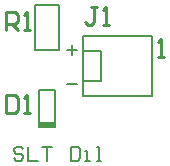
<source format=gto>
G04*
G04 #@! TF.GenerationSoftware,Altium Limited,Altium Designer,23.2.1 (34)*
G04*
G04 Layer_Color=65535*
%FSLAX44Y44*%
%MOMM*%
G71*
G04*
G04 #@! TF.SameCoordinates,24DDFF3C-4E40-4798-BE0C-4FAAD596E1F0*
G04*
G04*
G04 #@! TF.FilePolarity,Positive*
G04*
G01*
G75*
%ADD10C,0.2000*%
%ADD11C,0.2540*%
%ADD12R,1.4000X0.4000*%
D10*
X52000Y46000D02*
Y77000D01*
X38000D02*
X52000D01*
X38000Y46000D02*
Y77000D01*
Y46000D02*
X52000D01*
X35000Y111000D02*
Y149000D01*
Y111000D02*
X55000D01*
Y149000D01*
X35000D02*
X55000D01*
X75790Y85000D02*
X91030D01*
Y110400D01*
X75790D02*
X91030D01*
X75790Y123100D02*
X134210D01*
X75790Y72300D02*
Y123100D01*
Y72300D02*
X134210D01*
Y123100D01*
X24997Y26997D02*
X22998Y28996D01*
X18999D01*
X17000Y26997D01*
Y24997D01*
X18999Y22998D01*
X22998D01*
X24997Y20999D01*
Y18999D01*
X22998Y17000D01*
X18999D01*
X17000Y18999D01*
X28996Y28996D02*
Y17000D01*
X36994D01*
X40992Y28996D02*
X48990D01*
X44991D01*
Y17000D01*
X64984Y28996D02*
Y17000D01*
X70982D01*
X72982Y18999D01*
Y26997D01*
X70982Y28996D01*
X64984D01*
X76981Y17000D02*
X80979D01*
X78980D01*
Y24997D01*
X76981D01*
X86977Y17000D02*
X90976D01*
X88977D01*
Y28996D01*
X86977D01*
X62000Y110999D02*
X69997D01*
X65999Y114997D02*
Y107000D01*
X62000Y82000D02*
X69997D01*
D11*
X139290Y105320D02*
X144368D01*
X141829D01*
Y120555D01*
X139290Y118016D01*
X9843Y127382D02*
Y142618D01*
X17461D01*
X20000Y140078D01*
Y135000D01*
X17461Y132461D01*
X9843D01*
X14922D02*
X20000Y127382D01*
X25078D02*
X30157D01*
X27618D01*
Y142618D01*
X25078Y140078D01*
X87523Y147059D02*
X82444D01*
X84984D01*
Y134363D01*
X82444Y131824D01*
X79905D01*
X77366Y134363D01*
X92601Y131824D02*
X97679D01*
X95140D01*
Y147059D01*
X92601Y144520D01*
X9843Y72618D02*
Y57382D01*
X17461D01*
X20000Y59922D01*
Y70078D01*
X17461Y72618D01*
X9843D01*
X25078Y57382D02*
X30157D01*
X27618D01*
Y72618D01*
X25078Y70078D01*
D12*
X45000Y48000D02*
D03*
M02*

</source>
